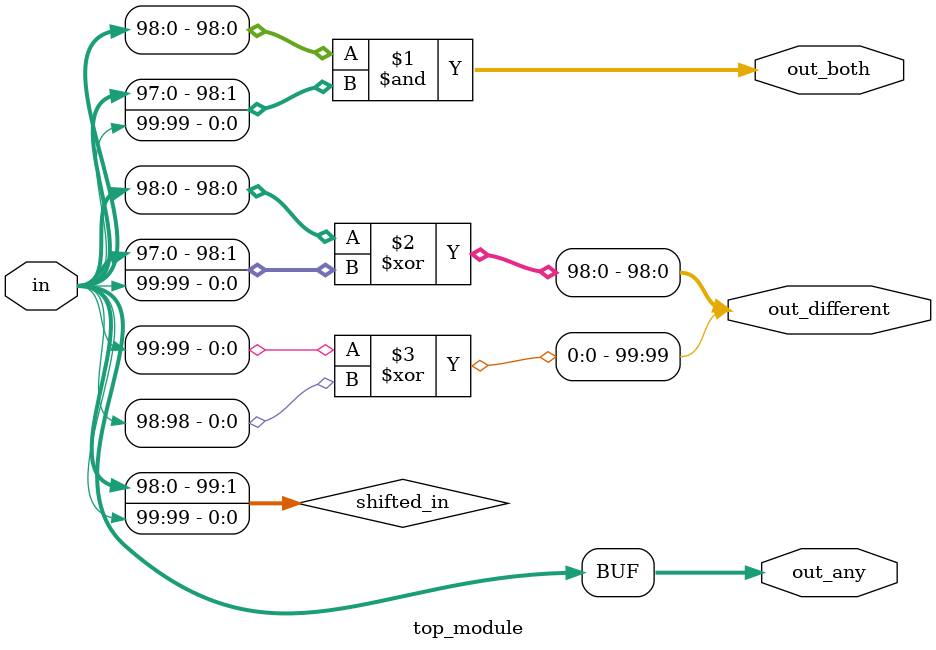
<source format=sv>
module top_module (
    input [99:0] in,
    output [98:0] out_both,
    output [99:0] out_any,
    output [99:0] out_different
);

    wire [99:0] shifted_in;
    assign shifted_in = {in[98:0], in[99]};

    assign out_both = in[98:0] & shifted_in[98:0];
    assign out_any = in;
    assign out_different = {in[99] ^ shifted_in[99], in[98:0] ^ shifted_in[98:0]};

endmodule

</source>
